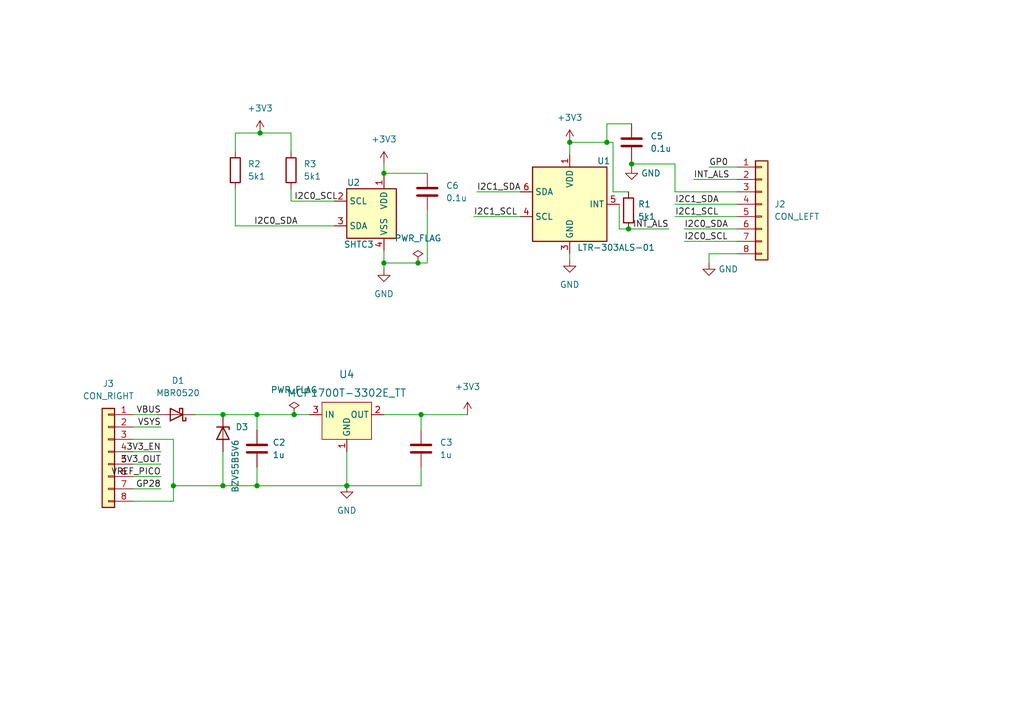
<source format=kicad_sch>
(kicad_sch (version 20211123) (generator eeschema)
  (paper "A5")
  (title_block (title "T RH LUX Sensor Board") (date "04-JAN-2023") (rev "1") (company "125 Systems") (comment 1 "Author: Neeraj Adsul"))
  (lib_symbols
    (symbol "Connector_Generic:Conn_01x08" (pin_names (offset 1.016) hide)
      (property "Reference" "J" (at 0 10.16 0))
      (property "Value" "Conn_01x08" (at 0 -12.7 0))
      (symbol "Conn_01x08_1_1"
        (rectangle (start -1.27 -10.033) (end 0 -10.287) (stroke (width 0.1524)))
        (rectangle (start -1.27 -7.493) (end 0 -7.747) (stroke (width 0.1524)))
        (rectangle (start -1.27 -4.953) (end 0 -5.207) (stroke (width 0.1524)))
        (rectangle (start -1.27 -2.413) (end 0 -2.667) (stroke (width 0.1524)))
        (rectangle (start -1.27 0.127) (end 0 -0.127) (stroke (width 0.1524)))
        (rectangle (start -1.27 2.667) (end 0 2.413) (stroke (width 0.1524)))
        (rectangle (start -1.27 5.207) (end 0 4.953) (stroke (width 0.1524)))
        (rectangle (start -1.27 7.747) (end 0 7.493) (stroke (width 0.1524)))
        (rectangle (start -1.27 8.89) (end 1.27 -11.43) (stroke (width 0.254)) (fill (type background)))
        (pin passive line (at -5.08 7.62 0) (length 3.81) (name "Pin_1") (number "1"))
        (pin passive line (at -5.08 5.08 0) (length 3.81) (name "Pin_2") (number "2"))
        (pin passive line (at -5.08 2.54 0) (length 3.81) (name "Pin_3") (number "3"))
        (pin passive line (at -5.08 0 0) (length 3.81) (name "Pin_4") (number "4"))
        (pin passive line (at -5.08 -2.54 0) (length 3.81) (name "Pin_5") (number "5"))
        (pin passive line (at -5.08 -5.08 0) (length 3.81) (name "Pin_6") (number "6"))
        (pin passive line (at -5.08 -7.62 0) (length 3.81) (name "Pin_7") (number "7"))
        (pin passive line (at -5.08 -10.16 0) (length 3.81) (name "Pin_8") (number "8"))
      )
    )
    (symbol "Device:C" (pin_numbers hide) (pin_names (offset 0.254))
      (property "Reference" "C" (at 0.635 2.54 0))
      (property "Value" "C" (at 0.635 -2.54 0))
      (symbol "C_0_1"
        (polyline (pts (xy -2.032 -0.762) (xy 2.032 -0.762)) (stroke (width 0.508)))
        (polyline (pts (xy -2.032 0.762) (xy 2.032 0.762)) (stroke (width 0.508)))
      )
      (symbol "C_1_1"
        (pin passive line (at 0 3.81 270) (length 2.794) (name "~") (number "1"))
        (pin passive line (at 0 -3.81 90) (length 2.794) (name "~") (number "2"))
      )
    )
    (symbol "Device:R" (pin_numbers hide) (pin_names (offset 0))
      (property "Reference" "R" (at 2.032 0 90))
      (property "Value" "R" (at 0 0 90))
      (symbol "R_0_1"
        (rectangle (start -1.016 -2.54) (end 1.016 2.54) (stroke (width 0.254)))
      )
      (symbol "R_1_1"
        (pin passive line (at 0 3.81 270) (length 1.27) (name "~") (number "1"))
        (pin passive line (at 0 -3.81 90) (length 1.27) (name "~") (number "2"))
      )
    )
    (symbol "Diode:BZV55B5V6" (pin_numbers hide) (pin_names hide)
      (property "Reference" "D" (at 0 2.54 0))
      (property "Value" "BZV55B5V6" (at 0 -2.54 0))
      (symbol "BZV55B5V6_0_1"
        (polyline (pts (xy 1.27 0) (xy -1.27 0)))
        (polyline (pts (xy -1.27 -1.27) (xy -1.27 1.27) (xy -0.762 1.27)) (stroke (width 0.254)))
        (polyline (pts (xy 1.27 -1.27) (xy 1.27 1.27) (xy -1.27 0) (xy 1.27 -1.27)) (stroke (width 0.254)))
      )
      (symbol "BZV55B5V6_1_1"
        (pin passive line (at -3.81 0 0) (length 2.54) (name "K") (number "1"))
        (pin passive line (at 3.81 0 180) (length 2.54) (name "A") (number "2"))
      )
    )
    (symbol "Diode:MBR0520" (pin_numbers hide) (pin_names (offset 1.016) hide)
      (property "Reference" "D" (at 0 2.54 0))
      (property "Value" "MBR0520" (at 0 -2.54 0))
      (symbol "MBR0520_0_1"
        (polyline (pts (xy 1.27 0) (xy -1.27 0)))
        (polyline (pts (xy 1.27 1.27) (xy 1.27 -1.27) (xy -1.27 0) (xy 1.27 1.27)) (stroke (width 0.254)))
        (polyline (pts (xy -1.905 0.635) (xy -1.905 1.27) (xy -1.27 1.27) (xy -1.27 -1.27) (xy -0.635 -1.27) (xy -0.635 -0.635)) (stroke (width 0.254)))
      )
      (symbol "MBR0520_1_1"
        (pin passive line (at -3.81 0 0) (length 2.54) (name "K") (number "1"))
        (pin passive line (at 3.81 0 180) (length 2.54) (name "A") (number "2"))
      )
    )
    (symbol "Sensor_Humidity:SHTC3"
      (property "Reference" "U" (at -3.81 6.35 0))
      (property "Value" "SHTC3" (at -2.54 -6.35 0))
      (symbol "SHTC3_1_1"
        (rectangle (start -5.08 5.08) (end 5.08 -5.08) (stroke (width 0.254)) (fill (type background)))
        (pin power_in line (at 2.54 7.62 270) (length 2.54) (name "VDD") (number "1"))
        (pin input line (at -7.62 2.54 0) (length 2.54) (name "SCL") (number "2"))
        (pin bidirectional line (at -7.62 -2.54 0) (length 2.54) (name "SDA") (number "3"))
        (pin power_in line (at 2.54 -7.62 90) (length 2.54) (name "VSS") (number "4"))
        (pin no_connect line (at 5.08 0 180) (length 2.54) hide (name "NC") (number "5"))
      )
    )
    (symbol "Sensor_Optical:LTR-303ALS-01"
      (property "Reference" "U" (at -7.62 8.89 0))
      (property "Value" "LTR-303ALS-01" (at 1.27 8.89 0))
      (symbol "LTR-303ALS-01_0_1"
        (rectangle (start -7.62 7.62) (end 7.62 -7.62) (stroke (width 0.254)) (fill (type background)))
      )
      (symbol "LTR-303ALS-01_1_1"
        (pin power_in line (at 0 10.16 270) (length 2.54) (name "VDD") (number "1"))
        (pin no_connect line (at 2.54 0 180) (length 2.54) hide (name "NC") (number "2"))
        (pin power_in line (at 0 -10.16 90) (length 2.54) (name "GND") (number "3"))
        (pin input line (at -10.16 -2.54 0) (length 2.54) (name "SCL") (number "4"))
        (pin open_collector line (at 10.16 0 180) (length 2.54) (name "INT") (number "5"))
        (pin bidirectional line (at -10.16 2.54 0) (length 2.54) (name "SDA") (number "6"))
      )
    )
    (symbol "dk_PMIC-Voltage-Regulators-Linear:MCP1700T-3302E_TT"
      (property "Reference" "U" (at 0 3.81 0))
      (property "Value" "MCP1700T-3302E_TT" (at 0 6.35 0))
      (symbol "MCP1700T-3302E_TT_0_1"
        (rectangle (start -5.08 2.54) (end 5.08 -5.08) (fill (type background)))
      )
      (symbol "MCP1700T-3302E_TT_1_1"
        (pin power_in line (at 0 -7.62 90) (length 2.54) (name "GND") (number "1"))
        (pin power_out line (at 7.62 0 180) (length 2.54) (name "OUT") (number "2"))
        (pin power_in line (at -7.62 0 0) (length 2.54) (name "IN") (number "3"))
      )
    )
    (symbol "power:+3V3" (power) (pin_names (offset 0))
      (property "Value" "+3V3" (at 0 3.556 0))
      (symbol "+3V3_0_1"
        (polyline (pts (xy -0.762 1.27) (xy 0 2.54)))
        (polyline (pts (xy 0 0) (xy 0 2.54)))
        (polyline (pts (xy 0 2.54) (xy 0.762 1.27)))
      )
      (symbol "+3V3_1_1"
        (pin power_in line (at 0 0 90) (length 0) hide (name "+3V3") (number "1"))
      )
    )
    (symbol "power:GND" (power) (pin_names (offset 0))
      (property "Value" "GND" (at 0 -3.81 0))
      (symbol "GND_0_1"
        (polyline (pts (xy 0 0) (xy 0 -1.27) (xy 1.27 -1.27) (xy 0 -2.54) (xy -1.27 -1.27) (xy 0 -1.27)))
      )
      (symbol "GND_1_1"
        (pin power_in line (at 0 0 270) (length 0) hide (name "GND") (number "1"))
      )
    )
    (symbol "power:PWR_FLAG" (power) (pin_numbers hide) (pin_names (offset 0) hide)
      (property "Value" "PWR_FLAG" (at 0 3.81 0))
      (symbol "PWR_FLAG_0_0"
        (pin power_out line (at 0 0 90) (length 0) (name "pwr") (number "1"))
      )
      (symbol "PWR_FLAG_0_1"
        (polyline (pts (xy 0 0) (xy 0 1.27) (xy -1.016 1.905) (xy 0 2.54) (xy 1.016 1.905) (xy 0 1.27)))
      )
    )
  )
  (junction (at 60.325 85.09))
  (junction (at 129.54 33.655))
  (junction (at 52.705 99.695))
  (junction (at 86.36 85.09))
  (junction (at 85.725 53.975))
  (junction (at 71.12 99.695))
  (junction (at 128.905 46.99))
  (junction (at 52.705 85.09))
  (junction (at 45.72 85.09))
  (junction (at 35.56 99.695))
  (junction (at 45.72 99.695))
  (junction (at 78.74 53.975))
  (junction (at 124.46 29.21))
  (junction (at 116.84 29.21))
  (junction (at 53.34 27.305))
  (junction (at 78.74 35.56))
  (wire (pts (xy 128.905 46.99) (xy 137.16 46.99)))
  (wire (pts (xy 27.305 97.79) (xy 33.02 97.79)))
  (wire (pts (xy 40.005 85.09) (xy 45.72 85.09)))
  (wire (pts (xy 27.305 92.71) (xy 33.02 92.71)))
  (wire (pts (xy 129.54 33.02) (xy 129.54 33.655)))
  (wire (pts (xy 145.415 52.07) (xy 145.415 53.975)))
  (wire (pts (xy 78.74 51.435) (xy 78.74 53.975)))
  (wire (pts (xy 60.325 85.09) (xy 63.5 85.09)))
  (wire (pts (xy 27.305 90.17) (xy 35.56 90.17)))
  (wire (pts (xy 138.43 39.37) (xy 138.43 33.655)))
  (wire (pts (xy 87.63 43.18) (xy 87.63 53.975)))
  (wire (pts (xy 138.43 44.45) (xy 151.13 44.45)))
  (wire (pts (xy 35.56 90.17) (xy 35.56 99.695)))
  (wire (pts (xy 35.56 99.695) (xy 45.72 99.695)))
  (wire (pts (xy 35.56 102.87) (xy 35.56 99.695)))
  (wire (pts (xy 59.69 41.275) (xy 68.58 41.275)))
  (wire (pts (xy 52.705 85.09) (xy 60.325 85.09)))
  (wire (pts (xy 128.905 39.37) (xy 125.73 39.37)))
  (wire (pts (xy 140.335 46.99) (xy 151.13 46.99)))
  (wire (pts (xy 86.36 99.695) (xy 86.36 95.885)))
  (wire (pts (xy 27.305 87.63) (xy 33.02 87.63)))
  (wire (pts (xy 27.305 100.33) (xy 33.02 100.33)))
  (wire (pts (xy 138.43 41.91) (xy 151.13 41.91)))
  (wire (pts (xy 48.26 46.355) (xy 68.58 46.355)))
  (wire (pts (xy 48.26 38.735) (xy 48.26 46.355)))
  (wire (pts (xy 129.54 33.655) (xy 129.54 34.29)))
  (wire (pts (xy 52.705 99.695) (xy 71.12 99.695)))
  (wire (pts (xy 59.69 38.735) (xy 59.69 41.275)))
  (wire (pts (xy 86.36 85.09) (xy 95.885 85.09)))
  (wire (pts (xy 85.725 53.975) (xy 78.74 53.975)))
  (wire (pts (xy 45.72 85.09) (xy 52.705 85.09)))
  (wire (pts (xy 78.74 33.655) (xy 78.74 35.56)))
  (wire (pts (xy 78.74 35.56) (xy 78.74 36.195)))
  (wire (pts (xy 125.73 29.21) (xy 124.46 29.21)))
  (wire (pts (xy 52.705 88.265) (xy 52.705 85.09)))
  (wire (pts (xy 142.24 36.83) (xy 151.13 36.83)))
  (wire (pts (xy 127 46.99) (xy 128.905 46.99)))
  (wire (pts (xy 27.305 95.25) (xy 33.02 95.25)))
  (wire (pts (xy 59.69 27.305) (xy 59.69 31.115)))
  (wire (pts (xy 145.415 34.29) (xy 151.13 34.29)))
  (wire (pts (xy 78.74 85.09) (xy 86.36 85.09)))
  (wire (pts (xy 52.705 95.885) (xy 52.705 99.695)))
  (wire (pts (xy 86.36 85.09) (xy 86.36 88.265)))
  (wire (pts (xy 71.12 92.71) (xy 71.12 99.695)))
  (wire (pts (xy 71.12 99.695) (xy 86.36 99.695)))
  (wire (pts (xy 106.68 44.45) (xy 97.155 44.45)))
  (wire (pts (xy 138.43 33.655) (xy 129.54 33.655)))
  (wire (pts (xy 45.72 99.695) (xy 52.705 99.695)))
  (wire (pts (xy 27.305 85.09) (xy 32.385 85.09)))
  (wire (pts (xy 140.335 49.53) (xy 151.13 49.53)))
  (wire (pts (xy 27.305 102.87) (xy 35.56 102.87)))
  (wire (pts (xy 78.74 53.975) (xy 78.74 55.245)))
  (wire (pts (xy 127 41.91) (xy 127 46.99)))
  (wire (pts (xy 78.74 35.56) (xy 87.63 35.56)))
  (wire (pts (xy 124.46 25.4) (xy 129.54 25.4)))
  (wire (pts (xy 87.63 53.975) (xy 85.725 53.975)))
  (wire (pts (xy 138.43 39.37) (xy 151.13 39.37)))
  (wire (pts (xy 45.72 92.71) (xy 45.72 99.695)))
  (wire (pts (xy 97.79 39.37) (xy 106.68 39.37)))
  (wire (pts (xy 116.84 29.21) (xy 116.84 31.75)))
  (wire (pts (xy 48.26 27.305) (xy 53.34 27.305)))
  (wire (pts (xy 48.26 31.115) (xy 48.26 27.305)))
  (wire (pts (xy 125.73 39.37) (xy 125.73 29.21)))
  (wire (pts (xy 124.46 29.21) (xy 124.46 25.4)))
  (wire (pts (xy 151.13 52.07) (xy 145.415 52.07)))
  (wire (pts (xy 116.84 52.07) (xy 116.84 53.34)))
  (wire (pts (xy 53.34 27.305) (xy 59.69 27.305)))
  (wire (pts (xy 116.84 29.21) (xy 124.46 29.21)))
  (label "I2C1_SCL" (at 138.43 44.45 0))
  (label "3V3_EN" (at 33.02 92.71 180))
  (label "GP0" (at 145.415 34.29 0))
  (label "I2C0_SCL" (at 60.325 41.275 0))
  (label "I2C0_SDA" (at 52.07 46.355 0))
  (label "I2C0_SDA" (at 140.335 46.99 0))
  (label "I2C1_SDA" (at 138.43 41.91 0))
  (label "VSYS" (at 33.02 87.63 180))
  (label "I2C1_SDA" (at 97.79 39.37 0))
  (label "INT_ALS" (at 137.16 46.99 180))
  (label "VBUS" (at 27.94 85.09 0))
  (label "VREF_PICO" (at 33.02 97.79 180))
  (label "INT_ALS" (at 142.24 36.83 0))
  (label "I2C0_SCL" (at 140.335 49.53 0))
  (label "3V3_OUT" (at 33.02 95.25 180))
  (label "GP28" (at 33.02 100.33 180))
  (label "I2C1_SCL" (at 97.155 44.45 0))
  (symbol (lib_id "power:PWR_FLAG") (at 60.325 85.09 0) (unit 1)
    (property "Reference" "#FLG01" (effects hide))
    (property "Value" "PWR_FLAG" (at 60.325 80.01 0))
  )
  (symbol (lib_id "power:GND") (at 78.74 55.245 0) (unit 1)
    (property "Reference" "#PWR0107" (effects hide))
    (property "Value" "GND" (at 78.74 60.325 0))
  )
  (symbol (lib_id "Sensor_Humidity:SHTC3") (at 76.2 43.815 0) (unit 1)
    (property "Reference" "U2" (at 71.12 37.465 0) (effects (justify left)))
    (property "Value" "SHTC3" (at 70.485 50.165 0) (effects (justify left)))
    (property "Footprint" "Sensor_Humidity:Sensirion_DFN-4-1EP_2x2mm_P1mm_EP0.7x1.6mm" (effects hide))
    (property "Datasheet" "https://www.sensirion.com/fileadmin/user_upload/customers/sensirion/Dokumente/0_Datasheets/Humidity/Sensirion_Humidity_Sensors_SHTC3_Datasheet.pdf" (effects hide))
  )
  (symbol (lib_id "power:+3V3") (at 95.885 85.09 0) (unit 1)
    (property "Reference" "#PWR0106" (effects hide))
    (property "Value" "+3V3" (at 95.885 79.375 0))
  )
  (symbol (lib_id "power:GND") (at 116.84 53.34 0) (unit 1)
    (property "Reference" "#PWR03" (effects hide))
    (property "Value" "GND" (at 116.84 58.42 0))
  )
  (symbol (lib_id "power:PWR_FLAG") (at 85.725 53.975 0) (unit 1)
    (property "Reference" "#FLG0101" (effects hide))
    (property "Value" "PWR_FLAG" (at 85.725 48.895 0))
  )
  (symbol (lib_id "Connector_Generic:Conn_01x08") (at 156.21 41.91 0) (unit 1)
    (property "Reference" "J2" (at 158.75 41.9099 0) (effects (justify left)))
    (property "Value" "CON_LEFT" (at 158.75 44.4499 0) (effects (justify left)))
    (property "Footprint" "Connector_PinHeader_2.54mm:PinHeader_1x08_P2.54mm_Vertical" (effects hide))
  )
  (symbol (lib_id "Diode:BZV55B5V6") (at 45.72 88.9 270) (unit 1)
    (property "Reference" "D3" (at 48.26 87.6299 90) (effects (justify left)))
    (property "Value" "BZV55B5V6" (at 48.26 90.1699 0) (effects (justify left)))
    (property "Footprint" "Diode_SMD:D_MiniMELF" (effects hide))
    (property "Datasheet" "https://assets.nexperia.com/documents/data-sheet/BZV55_SER.pdf" (effects hide))
  )
  (symbol (lib_id "Device:R") (at 48.26 34.925 0) (unit 1)
    (property "Reference" "R2" (at 50.8 33.6549 0) (effects (justify left)))
    (property "Value" "5k1" (at 50.8 36.1949 0) (effects (justify left)))
    (property "Footprint" "Resistor_SMD:R_0603_1608Metric" (effects hide))
  )
  (symbol (lib_id "power:GND") (at 145.415 53.975 0) (unit 1)
    (property "Reference" "#PWR04" (effects hide))
    (property "Value" "GND" (at 147.32 55.2449 0) (effects (justify left)))
  )
  (symbol (lib_id "Device:C") (at 129.54 29.21 0) (unit 1)
    (property "Reference" "C5" (at 133.35 27.9399 0) (effects (justify left)))
    (property "Value" "0.1u" (at 133.35 30.4799 0) (effects (justify left)))
    (property "Footprint" "Capacitor_SMD:C_0805_2012Metric" (effects hide))
  )
  (symbol (lib_id "Sensor_Optical:LTR-303ALS-01") (at 116.84 41.91 0) (unit 1)
    (property "Reference" "U1" (at 123.825 33.02 0))
    (property "Value" "LTR-303ALS-01" (at 126.365 50.8 0))
    (property "Footprint" "OptoDevice:Lite-On_LTR-303ALS-01" (effects hide))
    (property "Datasheet" "http://optoelectronics.liteon.com/upload/download/DS86-2013-0004/LTR-303ALS-01_DS_V1.pdf" (effects hide))
  )
  (symbol (lib_id "power:GND") (at 71.12 99.695 0) (unit 1)
    (property "Reference" "#PWR05" (effects hide))
    (property "Value" "GND" (at 71.12 104.775 0))
  )
  (symbol (lib_id "Device:R") (at 59.69 34.925 0) (unit 1)
    (property "Reference" "R3" (at 62.23 33.6549 0) (effects (justify left)))
    (property "Value" "5k1" (at 62.23 36.1949 0) (effects (justify left)))
    (property "Footprint" "Resistor_SMD:R_0603_1608Metric" (effects hide))
  )
  (symbol (lib_id "Connector_Generic:Conn_01x08") (at 22.225 92.71 0) (mirror y) (unit 1)
    (property "Reference" "J3" (at 22.225 78.74 0))
    (property "Value" "CON_RIGHT" (at 22.225 81.28 0))
    (property "Footprint" "Connector_PinHeader_2.54mm:PinHeader_1x08_P2.54mm_Vertical" (effects hide))
  )
  (symbol (lib_id "power:+3V3") (at 53.34 27.305 0) (unit 1)
    (property "Reference" "#PWR0105" (effects hide))
    (property "Value" "+3V3" (at 53.34 22.225 0))
  )
  (symbol (lib_id "Device:C") (at 52.705 92.075 0) (unit 1)
    (property "Reference" "C2" (at 55.88 90.8049 0) (effects (justify left)))
    (property "Value" "1u" (at 55.88 93.3449 0) (effects (justify left)))
    (property "Footprint" "Capacitor_SMD:C_0805_2012Metric" (effects hide))
  )
  (symbol (lib_id "Device:R") (at 128.905 43.18 0) (unit 1)
    (property "Reference" "R1" (at 130.81 41.9099 0) (effects (justify left)))
    (property "Value" "5k1" (at 130.81 44.4499 0) (effects (justify left)))
    (property "Footprint" "Resistor_SMD:R_0603_1608Metric" (effects hide))
  )
  (symbol (lib_id "Diode:MBR0520") (at 36.195 85.09 180) (unit 1)
    (property "Reference" "D1" (at 36.5125 78.105 0))
    (property "Value" "MBR0520" (at 36.5125 80.645 0))
    (property "Footprint" "Diode_SMD:D_SOD-123" (effects hide))
    (property "Datasheet" "http://www.mccsemi.com/up_pdf/MBR0520~MBR0580(SOD123).pdf" (effects hide))
  )
  (symbol (lib_id "power:+3V3") (at 78.74 33.655 0) (unit 1)
    (property "Reference" "#PWR0108" (effects hide))
    (property "Value" "+3V3" (at 78.74 28.575 0))
  )
  (symbol (lib_id "Device:C") (at 87.63 39.37 0) (unit 1)
    (property "Reference" "C6" (at 91.44 38.0999 0) (effects (justify left)))
    (property "Value" "0.1u" (at 91.44 40.6399 0) (effects (justify left)))
    (property "Footprint" "Capacitor_SMD:C_0805_2012Metric" (effects hide))
  )
  (symbol (lib_id "power:GND") (at 129.54 34.29 0) (unit 1)
    (property "Reference" "#PWR02" (effects hide))
    (property "Value" "GND" (at 131.445 35.5599 0) (effects (justify left)))
  )
  (symbol (lib_id "dk_PMIC-Voltage-Regulators-Linear:MCP1700T-3302E_TT") (at 71.12 85.09 0) (unit 1)
    (property "Reference" "U4" (at 71.12 76.835 0) (effects (font (size 1.524 1.524))))
    (property "Value" "MCP1700T-3302E_TT" (at 71.12 80.645 0) (effects (font (size 1.524 1.524))))
    (property "Footprint" "digikey-footprints:SOT-23-3" (effects hide))
    (property "Datasheet" "http://www.microchip.com/mymicrochip/filehandler.aspx?ddocname=en011779" (effects hide))
    (property "Digi-Key_PN" "MCP1700T3302ETTCT-ND" (effects hide))
    (property "MPN" "MCP1700T-3302E/TT" (effects hide))
    (property "Category" "Integrated Circuits (ICs)" (effects hide))
    (property "Family" "PMIC - Voltage Regulators - Linear" (effects hide))
    (property "DK_Datasheet_Link" "http://www.microchip.com/mymicrochip/filehandler.aspx?ddocname=en011779" (effects hide))
    (property "DK_Detail_Page" "/product-detail/en/microchip-technology/MCP1700T-3302E-TT/MCP1700T3302ETTCT-ND/652677" (effects hide))
    (property "Description" "IC REG LINEAR 3.3V 250MA SOT23-3" (effects hide))
    (property "Manufacturer" "Microchip Technology" (effects hide))
    (property "Status" "Active" (effects hide))
  )
  (symbol (lib_id "power:+3V3") (at 116.84 29.21 0) (unit 1)
    (property "Reference" "#PWR01" (effects hide))
    (property "Value" "+3V3" (at 116.84 24.13 0))
  )
  (symbol (lib_id "Device:C") (at 86.36 92.075 0) (unit 1)
    (property "Reference" "C3" (at 90.17 90.8049 0) (effects (justify left)))
    (property "Value" "1u" (at 90.17 93.3449 0) (effects (justify left)))
    (property "Footprint" "Capacitor_SMD:C_0805_2012Metric" (effects hide))
  )
)
</source>
